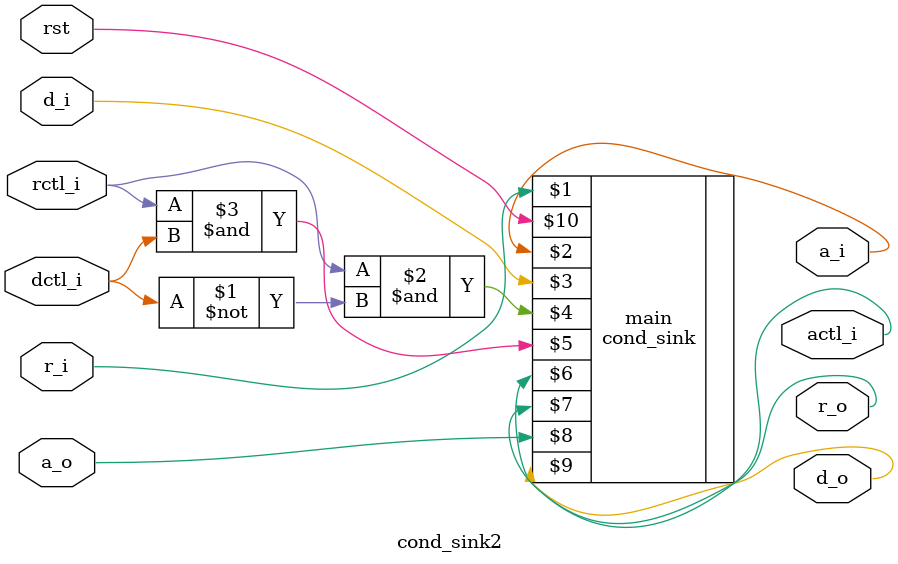
<source format=sv>
`ifndef __cond_sink2

`include "cond_sink.sv"

(* keep_hierarchy *)
module cond_sink2 #(
    parameter Rpol = 1'b0, // reset polarity (rst=rpol => reset)

    parameter N = 32'b1,

    parameter NATIVE = 1'b1 // don't optimize
  ) (
  input r_i,
  output a_i,
  input [N-1:0] d_i,

  input rctl_i,
  input dctl_i,
  output actl_i,

  output r_o,
  input a_o,
  output [N-1:0] d_o,

  input rst);

  cond_sink #(.Rpol(Rpol), .N(N), .NATIVE(NATIVE)) main (
    r_i, a_i, d_i,
    rctl_i & ~dctl_i, rctl_i & dctl_i, actl_i,
    r_o, a_o, d_o,
    rst
    );

endmodule

`define __cond_sink2
`endif

</source>
